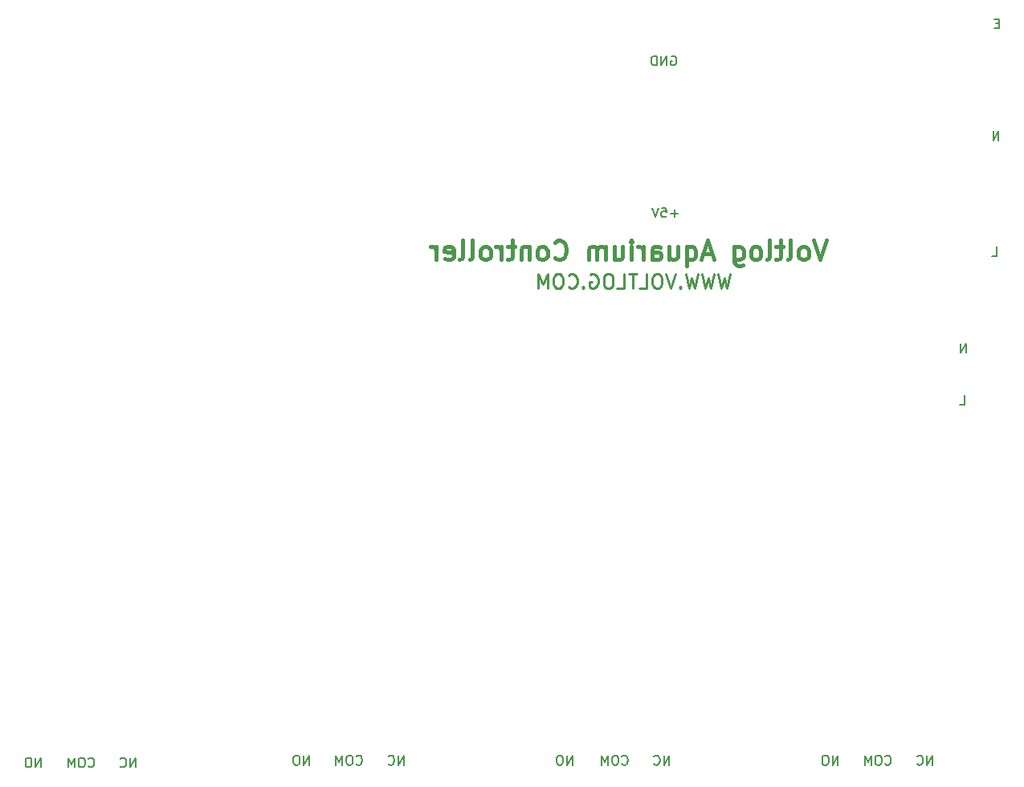
<source format=gbr>
G04 #@! TF.GenerationSoftware,KiCad,Pcbnew,(5.1.9)-1*
G04 #@! TF.CreationDate,2021-03-08T14:29:57+02:00*
G04 #@! TF.ProjectId,Voltlog ESP32 Relay Controller,566f6c74-6c6f-4672-9045-535033322052,rev?*
G04 #@! TF.SameCoordinates,Original*
G04 #@! TF.FileFunction,Legend,Bot*
G04 #@! TF.FilePolarity,Positive*
%FSLAX46Y46*%
G04 Gerber Fmt 4.6, Leading zero omitted, Abs format (unit mm)*
G04 Created by KiCad (PCBNEW (5.1.9)-1) date 2021-03-08 14:29:57*
%MOMM*%
%LPD*%
G01*
G04 APERTURE LIST*
%ADD10C,0.400000*%
%ADD11C,0.250000*%
%ADD12C,0.200000*%
%ADD13C,0.150000*%
G04 APERTURE END LIST*
D10*
X136357142Y-88404761D02*
X135690476Y-90404761D01*
X135023809Y-88404761D01*
X134071428Y-90404761D02*
X134261904Y-90309523D01*
X134357142Y-90214285D01*
X134452380Y-90023809D01*
X134452380Y-89452380D01*
X134357142Y-89261904D01*
X134261904Y-89166666D01*
X134071428Y-89071428D01*
X133785714Y-89071428D01*
X133595238Y-89166666D01*
X133500000Y-89261904D01*
X133404761Y-89452380D01*
X133404761Y-90023809D01*
X133500000Y-90214285D01*
X133595238Y-90309523D01*
X133785714Y-90404761D01*
X134071428Y-90404761D01*
X132261904Y-90404761D02*
X132452380Y-90309523D01*
X132547619Y-90119047D01*
X132547619Y-88404761D01*
X131785714Y-89071428D02*
X131023809Y-89071428D01*
X131500000Y-88404761D02*
X131500000Y-90119047D01*
X131404761Y-90309523D01*
X131214285Y-90404761D01*
X131023809Y-90404761D01*
X130071428Y-90404761D02*
X130261904Y-90309523D01*
X130357142Y-90119047D01*
X130357142Y-88404761D01*
X129023809Y-90404761D02*
X129214285Y-90309523D01*
X129309523Y-90214285D01*
X129404761Y-90023809D01*
X129404761Y-89452380D01*
X129309523Y-89261904D01*
X129214285Y-89166666D01*
X129023809Y-89071428D01*
X128738095Y-89071428D01*
X128547619Y-89166666D01*
X128452380Y-89261904D01*
X128357142Y-89452380D01*
X128357142Y-90023809D01*
X128452380Y-90214285D01*
X128547619Y-90309523D01*
X128738095Y-90404761D01*
X129023809Y-90404761D01*
X126642857Y-89071428D02*
X126642857Y-90690476D01*
X126738095Y-90880952D01*
X126833333Y-90976190D01*
X127023809Y-91071428D01*
X127309523Y-91071428D01*
X127500000Y-90976190D01*
X126642857Y-90309523D02*
X126833333Y-90404761D01*
X127214285Y-90404761D01*
X127404761Y-90309523D01*
X127500000Y-90214285D01*
X127595238Y-90023809D01*
X127595238Y-89452380D01*
X127500000Y-89261904D01*
X127404761Y-89166666D01*
X127214285Y-89071428D01*
X126833333Y-89071428D01*
X126642857Y-89166666D01*
X124261904Y-89833333D02*
X123309523Y-89833333D01*
X124452380Y-90404761D02*
X123785714Y-88404761D01*
X123119047Y-90404761D01*
X121595238Y-89071428D02*
X121595238Y-91071428D01*
X121595238Y-90309523D02*
X121785714Y-90404761D01*
X122166666Y-90404761D01*
X122357142Y-90309523D01*
X122452380Y-90214285D01*
X122547619Y-90023809D01*
X122547619Y-89452380D01*
X122452380Y-89261904D01*
X122357142Y-89166666D01*
X122166666Y-89071428D01*
X121785714Y-89071428D01*
X121595238Y-89166666D01*
X119785714Y-89071428D02*
X119785714Y-90404761D01*
X120642857Y-89071428D02*
X120642857Y-90119047D01*
X120547619Y-90309523D01*
X120357142Y-90404761D01*
X120071428Y-90404761D01*
X119880952Y-90309523D01*
X119785714Y-90214285D01*
X117976190Y-90404761D02*
X117976190Y-89357142D01*
X118071428Y-89166666D01*
X118261904Y-89071428D01*
X118642857Y-89071428D01*
X118833333Y-89166666D01*
X117976190Y-90309523D02*
X118166666Y-90404761D01*
X118642857Y-90404761D01*
X118833333Y-90309523D01*
X118928571Y-90119047D01*
X118928571Y-89928571D01*
X118833333Y-89738095D01*
X118642857Y-89642857D01*
X118166666Y-89642857D01*
X117976190Y-89547619D01*
X117023809Y-90404761D02*
X117023809Y-89071428D01*
X117023809Y-89452380D02*
X116928571Y-89261904D01*
X116833333Y-89166666D01*
X116642857Y-89071428D01*
X116452380Y-89071428D01*
X115785714Y-90404761D02*
X115785714Y-89071428D01*
X115785714Y-88404761D02*
X115880952Y-88500000D01*
X115785714Y-88595238D01*
X115690476Y-88500000D01*
X115785714Y-88404761D01*
X115785714Y-88595238D01*
X113976190Y-89071428D02*
X113976190Y-90404761D01*
X114833333Y-89071428D02*
X114833333Y-90119047D01*
X114738095Y-90309523D01*
X114547619Y-90404761D01*
X114261904Y-90404761D01*
X114071428Y-90309523D01*
X113976190Y-90214285D01*
X113023809Y-90404761D02*
X113023809Y-89071428D01*
X113023809Y-89261904D02*
X112928571Y-89166666D01*
X112738095Y-89071428D01*
X112452380Y-89071428D01*
X112261904Y-89166666D01*
X112166666Y-89357142D01*
X112166666Y-90404761D01*
X112166666Y-89357142D02*
X112071428Y-89166666D01*
X111880952Y-89071428D01*
X111595238Y-89071428D01*
X111404761Y-89166666D01*
X111309523Y-89357142D01*
X111309523Y-90404761D01*
X107690476Y-90214285D02*
X107785714Y-90309523D01*
X108071428Y-90404761D01*
X108261904Y-90404761D01*
X108547619Y-90309523D01*
X108738095Y-90119047D01*
X108833333Y-89928571D01*
X108928571Y-89547619D01*
X108928571Y-89261904D01*
X108833333Y-88880952D01*
X108738095Y-88690476D01*
X108547619Y-88500000D01*
X108261904Y-88404761D01*
X108071428Y-88404761D01*
X107785714Y-88500000D01*
X107690476Y-88595238D01*
X106547619Y-90404761D02*
X106738095Y-90309523D01*
X106833333Y-90214285D01*
X106928571Y-90023809D01*
X106928571Y-89452380D01*
X106833333Y-89261904D01*
X106738095Y-89166666D01*
X106547619Y-89071428D01*
X106261904Y-89071428D01*
X106071428Y-89166666D01*
X105976190Y-89261904D01*
X105880952Y-89452380D01*
X105880952Y-90023809D01*
X105976190Y-90214285D01*
X106071428Y-90309523D01*
X106261904Y-90404761D01*
X106547619Y-90404761D01*
X105023809Y-89071428D02*
X105023809Y-90404761D01*
X105023809Y-89261904D02*
X104928571Y-89166666D01*
X104738095Y-89071428D01*
X104452380Y-89071428D01*
X104261904Y-89166666D01*
X104166666Y-89357142D01*
X104166666Y-90404761D01*
X103500000Y-89071428D02*
X102738095Y-89071428D01*
X103214285Y-88404761D02*
X103214285Y-90119047D01*
X103119047Y-90309523D01*
X102928571Y-90404761D01*
X102738095Y-90404761D01*
X102071428Y-90404761D02*
X102071428Y-89071428D01*
X102071428Y-89452380D02*
X101976190Y-89261904D01*
X101880952Y-89166666D01*
X101690476Y-89071428D01*
X101500000Y-89071428D01*
X100547619Y-90404761D02*
X100738095Y-90309523D01*
X100833333Y-90214285D01*
X100928571Y-90023809D01*
X100928571Y-89452380D01*
X100833333Y-89261904D01*
X100738095Y-89166666D01*
X100547619Y-89071428D01*
X100261904Y-89071428D01*
X100071428Y-89166666D01*
X99976190Y-89261904D01*
X99880952Y-89452380D01*
X99880952Y-90023809D01*
X99976190Y-90214285D01*
X100071428Y-90309523D01*
X100261904Y-90404761D01*
X100547619Y-90404761D01*
X98738095Y-90404761D02*
X98928571Y-90309523D01*
X99023809Y-90119047D01*
X99023809Y-88404761D01*
X97690476Y-90404761D02*
X97880952Y-90309523D01*
X97976190Y-90119047D01*
X97976190Y-88404761D01*
X96166666Y-90309523D02*
X96357142Y-90404761D01*
X96738095Y-90404761D01*
X96928571Y-90309523D01*
X97023809Y-90119047D01*
X97023809Y-89357142D01*
X96928571Y-89166666D01*
X96738095Y-89071428D01*
X96357142Y-89071428D01*
X96166666Y-89166666D01*
X96071428Y-89357142D01*
X96071428Y-89547619D01*
X97023809Y-89738095D01*
X95214285Y-90404761D02*
X95214285Y-89071428D01*
X95214285Y-89452380D02*
X95119047Y-89261904D01*
X95023809Y-89166666D01*
X94833333Y-89071428D01*
X94642857Y-89071428D01*
D11*
X126214285Y-91928571D02*
X125857142Y-93428571D01*
X125571428Y-92357142D01*
X125285714Y-93428571D01*
X124928571Y-91928571D01*
X124500000Y-91928571D02*
X124142857Y-93428571D01*
X123857142Y-92357142D01*
X123571428Y-93428571D01*
X123214285Y-91928571D01*
X122785714Y-91928571D02*
X122428571Y-93428571D01*
X122142857Y-92357142D01*
X121857142Y-93428571D01*
X121500000Y-91928571D01*
X120928571Y-93285714D02*
X120857142Y-93357142D01*
X120928571Y-93428571D01*
X121000000Y-93357142D01*
X120928571Y-93285714D01*
X120928571Y-93428571D01*
X120428571Y-91928571D02*
X119928571Y-93428571D01*
X119428571Y-91928571D01*
X118642857Y-91928571D02*
X118357142Y-91928571D01*
X118214285Y-92000000D01*
X118071428Y-92142857D01*
X118000000Y-92428571D01*
X118000000Y-92928571D01*
X118071428Y-93214285D01*
X118214285Y-93357142D01*
X118357142Y-93428571D01*
X118642857Y-93428571D01*
X118785714Y-93357142D01*
X118928571Y-93214285D01*
X119000000Y-92928571D01*
X119000000Y-92428571D01*
X118928571Y-92142857D01*
X118785714Y-92000000D01*
X118642857Y-91928571D01*
X116642857Y-93428571D02*
X117357142Y-93428571D01*
X117357142Y-91928571D01*
X116357142Y-91928571D02*
X115500000Y-91928571D01*
X115928571Y-93428571D02*
X115928571Y-91928571D01*
X114285714Y-93428571D02*
X115000000Y-93428571D01*
X115000000Y-91928571D01*
X113500000Y-91928571D02*
X113214285Y-91928571D01*
X113071428Y-92000000D01*
X112928571Y-92142857D01*
X112857142Y-92428571D01*
X112857142Y-92928571D01*
X112928571Y-93214285D01*
X113071428Y-93357142D01*
X113214285Y-93428571D01*
X113500000Y-93428571D01*
X113642857Y-93357142D01*
X113785714Y-93214285D01*
X113857142Y-92928571D01*
X113857142Y-92428571D01*
X113785714Y-92142857D01*
X113642857Y-92000000D01*
X113500000Y-91928571D01*
X111428571Y-92000000D02*
X111571428Y-91928571D01*
X111785714Y-91928571D01*
X112000000Y-92000000D01*
X112142857Y-92142857D01*
X112214285Y-92285714D01*
X112285714Y-92571428D01*
X112285714Y-92785714D01*
X112214285Y-93071428D01*
X112142857Y-93214285D01*
X112000000Y-93357142D01*
X111785714Y-93428571D01*
X111642857Y-93428571D01*
X111428571Y-93357142D01*
X111357142Y-93285714D01*
X111357142Y-92785714D01*
X111642857Y-92785714D01*
X110714285Y-93285714D02*
X110642857Y-93357142D01*
X110714285Y-93428571D01*
X110785714Y-93357142D01*
X110714285Y-93285714D01*
X110714285Y-93428571D01*
X109142857Y-93285714D02*
X109214285Y-93357142D01*
X109428571Y-93428571D01*
X109571428Y-93428571D01*
X109785714Y-93357142D01*
X109928571Y-93214285D01*
X110000000Y-93071428D01*
X110071428Y-92785714D01*
X110071428Y-92571428D01*
X110000000Y-92285714D01*
X109928571Y-92142857D01*
X109785714Y-92000000D01*
X109571428Y-91928571D01*
X109428571Y-91928571D01*
X109214285Y-92000000D01*
X109142857Y-92071428D01*
X108214285Y-91928571D02*
X107928571Y-91928571D01*
X107785714Y-92000000D01*
X107642857Y-92142857D01*
X107571428Y-92428571D01*
X107571428Y-92928571D01*
X107642857Y-93214285D01*
X107785714Y-93357142D01*
X107928571Y-93428571D01*
X108214285Y-93428571D01*
X108357142Y-93357142D01*
X108500000Y-93214285D01*
X108571428Y-92928571D01*
X108571428Y-92428571D01*
X108500000Y-92142857D01*
X108357142Y-92000000D01*
X108214285Y-91928571D01*
X106928571Y-93428571D02*
X106928571Y-91928571D01*
X106428571Y-93000000D01*
X105928571Y-91928571D01*
X105928571Y-93428571D01*
D12*
X142535714Y-143607142D02*
X142583333Y-143654761D01*
X142726190Y-143702380D01*
X142821428Y-143702380D01*
X142964285Y-143654761D01*
X143059523Y-143559523D01*
X143107142Y-143464285D01*
X143154761Y-143273809D01*
X143154761Y-143130952D01*
X143107142Y-142940476D01*
X143059523Y-142845238D01*
X142964285Y-142750000D01*
X142821428Y-142702380D01*
X142726190Y-142702380D01*
X142583333Y-142750000D01*
X142535714Y-142797619D01*
X141916666Y-142702380D02*
X141726190Y-142702380D01*
X141630952Y-142750000D01*
X141535714Y-142845238D01*
X141488095Y-143035714D01*
X141488095Y-143369047D01*
X141535714Y-143559523D01*
X141630952Y-143654761D01*
X141726190Y-143702380D01*
X141916666Y-143702380D01*
X142011904Y-143654761D01*
X142107142Y-143559523D01*
X142154761Y-143369047D01*
X142154761Y-143035714D01*
X142107142Y-142845238D01*
X142011904Y-142750000D01*
X141916666Y-142702380D01*
X141059523Y-143702380D02*
X141059523Y-142702380D01*
X140726190Y-143416666D01*
X140392857Y-142702380D01*
X140392857Y-143702380D01*
X137559523Y-143702380D02*
X137559523Y-142702380D01*
X136988095Y-143702380D01*
X136988095Y-142702380D01*
X136321428Y-142702380D02*
X136130952Y-142702380D01*
X136035714Y-142750000D01*
X135940476Y-142845238D01*
X135892857Y-143035714D01*
X135892857Y-143369047D01*
X135940476Y-143559523D01*
X136035714Y-143654761D01*
X136130952Y-143702380D01*
X136321428Y-143702380D01*
X136416666Y-143654761D01*
X136511904Y-143559523D01*
X136559523Y-143369047D01*
X136559523Y-143035714D01*
X136511904Y-142845238D01*
X136416666Y-142750000D01*
X136321428Y-142702380D01*
X147535714Y-143702380D02*
X147535714Y-142702380D01*
X146964285Y-143702380D01*
X146964285Y-142702380D01*
X145916666Y-143607142D02*
X145964285Y-143654761D01*
X146107142Y-143702380D01*
X146202380Y-143702380D01*
X146345238Y-143654761D01*
X146440476Y-143559523D01*
X146488095Y-143464285D01*
X146535714Y-143273809D01*
X146535714Y-143130952D01*
X146488095Y-142940476D01*
X146440476Y-142845238D01*
X146345238Y-142750000D01*
X146202380Y-142702380D01*
X146107142Y-142702380D01*
X145964285Y-142750000D01*
X145916666Y-142797619D01*
X109559523Y-143702380D02*
X109559523Y-142702380D01*
X108988095Y-143702380D01*
X108988095Y-142702380D01*
X108321428Y-142702380D02*
X108130952Y-142702380D01*
X108035714Y-142750000D01*
X107940476Y-142845238D01*
X107892857Y-143035714D01*
X107892857Y-143369047D01*
X107940476Y-143559523D01*
X108035714Y-143654761D01*
X108130952Y-143702380D01*
X108321428Y-143702380D01*
X108416666Y-143654761D01*
X108511904Y-143559523D01*
X108559523Y-143369047D01*
X108559523Y-143035714D01*
X108511904Y-142845238D01*
X108416666Y-142750000D01*
X108321428Y-142702380D01*
X114785714Y-143607142D02*
X114833333Y-143654761D01*
X114976190Y-143702380D01*
X115071428Y-143702380D01*
X115214285Y-143654761D01*
X115309523Y-143559523D01*
X115357142Y-143464285D01*
X115404761Y-143273809D01*
X115404761Y-143130952D01*
X115357142Y-142940476D01*
X115309523Y-142845238D01*
X115214285Y-142750000D01*
X115071428Y-142702380D01*
X114976190Y-142702380D01*
X114833333Y-142750000D01*
X114785714Y-142797619D01*
X114166666Y-142702380D02*
X113976190Y-142702380D01*
X113880952Y-142750000D01*
X113785714Y-142845238D01*
X113738095Y-143035714D01*
X113738095Y-143369047D01*
X113785714Y-143559523D01*
X113880952Y-143654761D01*
X113976190Y-143702380D01*
X114166666Y-143702380D01*
X114261904Y-143654761D01*
X114357142Y-143559523D01*
X114404761Y-143369047D01*
X114404761Y-143035714D01*
X114357142Y-142845238D01*
X114261904Y-142750000D01*
X114166666Y-142702380D01*
X113309523Y-143702380D02*
X113309523Y-142702380D01*
X112976190Y-143416666D01*
X112642857Y-142702380D01*
X112642857Y-143702380D01*
X119785714Y-143702380D02*
X119785714Y-142702380D01*
X119214285Y-143702380D01*
X119214285Y-142702380D01*
X118166666Y-143607142D02*
X118214285Y-143654761D01*
X118357142Y-143702380D01*
X118452380Y-143702380D01*
X118595238Y-143654761D01*
X118690476Y-143559523D01*
X118738095Y-143464285D01*
X118785714Y-143273809D01*
X118785714Y-143130952D01*
X118738095Y-142940476D01*
X118690476Y-142845238D01*
X118595238Y-142750000D01*
X118452380Y-142702380D01*
X118357142Y-142702380D01*
X118214285Y-142750000D01*
X118166666Y-142797619D01*
X86785714Y-143607142D02*
X86833333Y-143654761D01*
X86976190Y-143702380D01*
X87071428Y-143702380D01*
X87214285Y-143654761D01*
X87309523Y-143559523D01*
X87357142Y-143464285D01*
X87404761Y-143273809D01*
X87404761Y-143130952D01*
X87357142Y-142940476D01*
X87309523Y-142845238D01*
X87214285Y-142750000D01*
X87071428Y-142702380D01*
X86976190Y-142702380D01*
X86833333Y-142750000D01*
X86785714Y-142797619D01*
X86166666Y-142702380D02*
X85976190Y-142702380D01*
X85880952Y-142750000D01*
X85785714Y-142845238D01*
X85738095Y-143035714D01*
X85738095Y-143369047D01*
X85785714Y-143559523D01*
X85880952Y-143654761D01*
X85976190Y-143702380D01*
X86166666Y-143702380D01*
X86261904Y-143654761D01*
X86357142Y-143559523D01*
X86404761Y-143369047D01*
X86404761Y-143035714D01*
X86357142Y-142845238D01*
X86261904Y-142750000D01*
X86166666Y-142702380D01*
X85309523Y-143702380D02*
X85309523Y-142702380D01*
X84976190Y-143416666D01*
X84642857Y-142702380D01*
X84642857Y-143702380D01*
X91785714Y-143702380D02*
X91785714Y-142702380D01*
X91214285Y-143702380D01*
X91214285Y-142702380D01*
X90166666Y-143607142D02*
X90214285Y-143654761D01*
X90357142Y-143702380D01*
X90452380Y-143702380D01*
X90595238Y-143654761D01*
X90690476Y-143559523D01*
X90738095Y-143464285D01*
X90785714Y-143273809D01*
X90785714Y-143130952D01*
X90738095Y-142940476D01*
X90690476Y-142845238D01*
X90595238Y-142750000D01*
X90452380Y-142702380D01*
X90357142Y-142702380D01*
X90214285Y-142750000D01*
X90166666Y-142797619D01*
X81809523Y-143702380D02*
X81809523Y-142702380D01*
X81238095Y-143702380D01*
X81238095Y-142702380D01*
X80571428Y-142702380D02*
X80380952Y-142702380D01*
X80285714Y-142750000D01*
X80190476Y-142845238D01*
X80142857Y-143035714D01*
X80142857Y-143369047D01*
X80190476Y-143559523D01*
X80285714Y-143654761D01*
X80380952Y-143702380D01*
X80571428Y-143702380D01*
X80666666Y-143654761D01*
X80761904Y-143559523D01*
X80809523Y-143369047D01*
X80809523Y-143035714D01*
X80761904Y-142845238D01*
X80666666Y-142750000D01*
X80571428Y-142702380D01*
X58535714Y-143857142D02*
X58583333Y-143904761D01*
X58726190Y-143952380D01*
X58821428Y-143952380D01*
X58964285Y-143904761D01*
X59059523Y-143809523D01*
X59107142Y-143714285D01*
X59154761Y-143523809D01*
X59154761Y-143380952D01*
X59107142Y-143190476D01*
X59059523Y-143095238D01*
X58964285Y-143000000D01*
X58821428Y-142952380D01*
X58726190Y-142952380D01*
X58583333Y-143000000D01*
X58535714Y-143047619D01*
X57916666Y-142952380D02*
X57726190Y-142952380D01*
X57630952Y-143000000D01*
X57535714Y-143095238D01*
X57488095Y-143285714D01*
X57488095Y-143619047D01*
X57535714Y-143809523D01*
X57630952Y-143904761D01*
X57726190Y-143952380D01*
X57916666Y-143952380D01*
X58011904Y-143904761D01*
X58107142Y-143809523D01*
X58154761Y-143619047D01*
X58154761Y-143285714D01*
X58107142Y-143095238D01*
X58011904Y-143000000D01*
X57916666Y-142952380D01*
X57059523Y-143952380D02*
X57059523Y-142952380D01*
X56726190Y-143666666D01*
X56392857Y-142952380D01*
X56392857Y-143952380D01*
X63535714Y-143952380D02*
X63535714Y-142952380D01*
X62964285Y-143952380D01*
X62964285Y-142952380D01*
X61916666Y-143857142D02*
X61964285Y-143904761D01*
X62107142Y-143952380D01*
X62202380Y-143952380D01*
X62345238Y-143904761D01*
X62440476Y-143809523D01*
X62488095Y-143714285D01*
X62535714Y-143523809D01*
X62535714Y-143380952D01*
X62488095Y-143190476D01*
X62440476Y-143095238D01*
X62345238Y-143000000D01*
X62202380Y-142952380D01*
X62107142Y-142952380D01*
X61964285Y-143000000D01*
X61916666Y-143047619D01*
X53559523Y-143952380D02*
X53559523Y-142952380D01*
X52988095Y-143952380D01*
X52988095Y-142952380D01*
X52321428Y-142952380D02*
X52130952Y-142952380D01*
X52035714Y-143000000D01*
X51940476Y-143095238D01*
X51892857Y-143285714D01*
X51892857Y-143619047D01*
X51940476Y-143809523D01*
X52035714Y-143904761D01*
X52130952Y-143952380D01*
X52321428Y-143952380D01*
X52416666Y-143904761D01*
X52511904Y-143809523D01*
X52559523Y-143619047D01*
X52559523Y-143285714D01*
X52511904Y-143095238D01*
X52416666Y-143000000D01*
X52321428Y-142952380D01*
X151085714Y-100252380D02*
X151085714Y-99252380D01*
X150514285Y-100252380D01*
X150514285Y-99252380D01*
X150390476Y-105752380D02*
X150866666Y-105752380D01*
X150866666Y-104752380D01*
D13*
X153790476Y-90052380D02*
X154266666Y-90052380D01*
X154266666Y-89052380D01*
X154514285Y-65528571D02*
X154180952Y-65528571D01*
X154038095Y-66052380D02*
X154514285Y-66052380D01*
X154514285Y-65052380D01*
X154038095Y-65052380D01*
X154485714Y-77852380D02*
X154485714Y-76852380D01*
X153914285Y-77852380D01*
X153914285Y-76852380D01*
X120685714Y-85571428D02*
X119923809Y-85571428D01*
X120304761Y-85952380D02*
X120304761Y-85190476D01*
X118971428Y-84952380D02*
X119447619Y-84952380D01*
X119495238Y-85428571D01*
X119447619Y-85380952D01*
X119352380Y-85333333D01*
X119114285Y-85333333D01*
X119019047Y-85380952D01*
X118971428Y-85428571D01*
X118923809Y-85523809D01*
X118923809Y-85761904D01*
X118971428Y-85857142D01*
X119019047Y-85904761D01*
X119114285Y-85952380D01*
X119352380Y-85952380D01*
X119447619Y-85904761D01*
X119495238Y-85857142D01*
X118638095Y-84952380D02*
X118304761Y-85952380D01*
X117971428Y-84952380D01*
X119961904Y-69000000D02*
X120057142Y-68952380D01*
X120200000Y-68952380D01*
X120342857Y-69000000D01*
X120438095Y-69095238D01*
X120485714Y-69190476D01*
X120533333Y-69380952D01*
X120533333Y-69523809D01*
X120485714Y-69714285D01*
X120438095Y-69809523D01*
X120342857Y-69904761D01*
X120200000Y-69952380D01*
X120104761Y-69952380D01*
X119961904Y-69904761D01*
X119914285Y-69857142D01*
X119914285Y-69523809D01*
X120104761Y-69523809D01*
X119485714Y-69952380D02*
X119485714Y-68952380D01*
X118914285Y-69952380D01*
X118914285Y-68952380D01*
X118438095Y-69952380D02*
X118438095Y-68952380D01*
X118200000Y-68952380D01*
X118057142Y-69000000D01*
X117961904Y-69095238D01*
X117914285Y-69190476D01*
X117866666Y-69380952D01*
X117866666Y-69523809D01*
X117914285Y-69714285D01*
X117961904Y-69809523D01*
X118057142Y-69904761D01*
X118200000Y-69952380D01*
X118438095Y-69952380D01*
M02*

</source>
